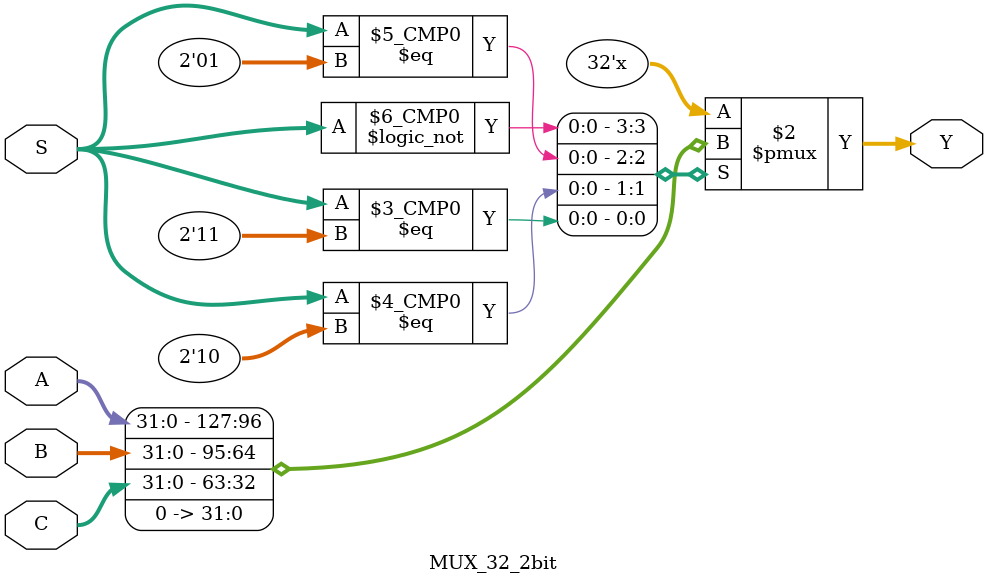
<source format=v>
module MUX_32_2bit
(
    input [31:0] A,
    input [31:0] B,
    input [31:0] C,
    input [1:0] S,
    output reg [31:0] Y
);
    always @(*)
    begin
        case(S)
            2'b00: Y = A;
            2'b01: Y = B;
            2'b10: Y = C;
            2'b11: Y = 32'b0;
        endcase
    end
endmodule
</source>
